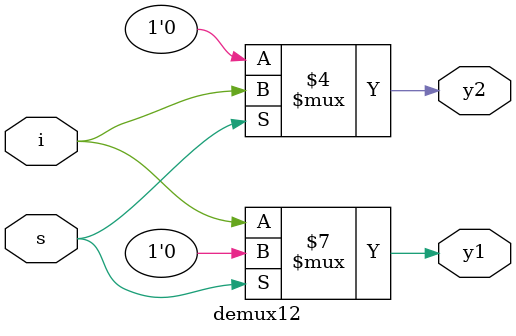
<source format=v>
`timescale 1ns / 1ps
module demux12(
	input i,s,
	output reg y1,y2
    );
always @*
	if (~s)
		begin
			y1 = i;
			y2 = 0;
		end
	else
		begin
			y2 = i;
			y1 = 0;
		end

endmodule

</source>
